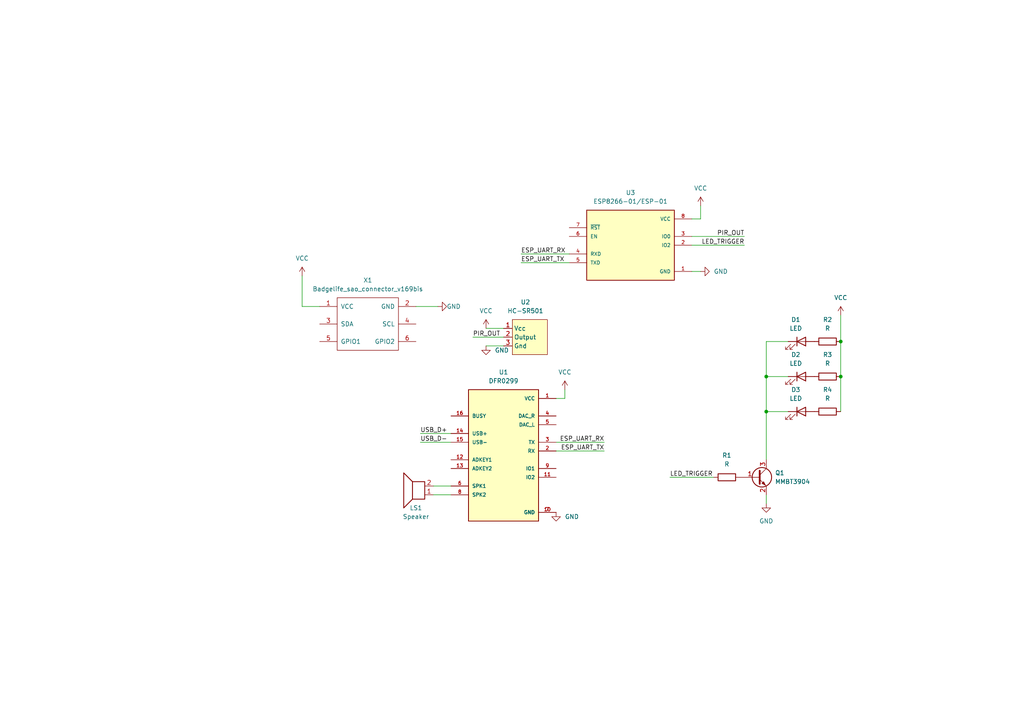
<source format=kicad_sch>
(kicad_sch (version 20211123) (generator eeschema)
  (paper "A4")
  (lib_symbols
    (symbol "DFR0299:DFR0299" (pin_names (offset 1.016))
      (property "Reference" "U" (at -10.16 18.542 0))
      (property "Value" "DFR0299" (at -10.16 -22.86 0))
      (symbol "DFR0299_0_0"
        (rectangle (start -10.16 -20.32) (end 10.16 17.78) (stroke (width 0.254)) (fill (type background)))
        (pin power_in line (at 15.24 15.24 180) (length 5.08) (name "VCC") (number "1"))
        (pin power_in line (at 15.24 -17.78 180) (length 5.08) (name "GND") (number "10"))
        (pin bidirectional line (at 15.24 -7.62 180) (length 5.08) (name "IO2") (number "11"))
        (pin input line (at -15.24 -2.54 0) (length 5.08) (name "ADKEY1") (number "12"))
        (pin input line (at -15.24 -5.08 0) (length 5.08) (name "ADKEY2") (number "13"))
        (pin input line (at -15.24 5.08 0) (length 5.08) (name "USB+") (number "14"))
        (pin input line (at -15.24 2.54 0) (length 5.08) (name "USB-") (number "15"))
        (pin input line (at -15.24 10.16 0) (length 5.08) (name "BUSY") (number "16"))
        (pin input line (at 15.24 0 180) (length 5.08) (name "RX") (number "2"))
        (pin output line (at 15.24 2.54 180) (length 5.08) (name "TX") (number "3"))
        (pin output line (at 15.24 10.16 180) (length 5.08) (name "DAC_R") (number "4"))
        (pin output line (at 15.24 7.62 180) (length 5.08) (name "DAC_L") (number "5"))
        (pin passive line (at -15.24 -10.16 0) (length 5.08) (name "SPK1") (number "6"))
        (pin power_in line (at 15.24 -17.78 180) (length 5.08) (name "GND") (number "7"))
        (pin passive line (at -15.24 -12.7 0) (length 5.08) (name "SPK2") (number "8"))
        (pin bidirectional line (at 15.24 -5.08 180) (length 5.08) (name "IO1") (number "9"))
      )
    )
    (symbol "Device:LED" (pin_numbers hide) (pin_names (offset 1.016) hide)
      (property "Reference" "D" (at 0 2.54 0))
      (property "Value" "LED" (at 0 -2.54 0))
      (symbol "LED_0_1"
        (polyline (pts (xy -1.27 -1.27) (xy -1.27 1.27)) (stroke (width 0.254)))
        (polyline (pts (xy -1.27 0) (xy 1.27 0)))
        (polyline (pts (xy 1.27 -1.27) (xy 1.27 1.27) (xy -1.27 0) (xy 1.27 -1.27)) (stroke (width 0.254)))
        (polyline (pts (xy -3.048 -0.762) (xy -4.572 -2.286) (xy -3.81 -2.286) (xy -4.572 -2.286) (xy -4.572 -1.524)))
        (polyline (pts (xy -1.778 -0.762) (xy -3.302 -2.286) (xy -2.54 -2.286) (xy -3.302 -2.286) (xy -3.302 -1.524)))
      )
      (symbol "LED_1_1"
        (pin passive line (at -3.81 0 0) (length 2.54) (name "K") (number "1"))
        (pin passive line (at 3.81 0 180) (length 2.54) (name "A") (number "2"))
      )
    )
    (symbol "Device:R" (pin_numbers hide) (pin_names (offset 0))
      (property "Reference" "R" (at 2.032 0 90))
      (property "Value" "R" (at 0 0 90))
      (symbol "R_0_1"
        (rectangle (start -1.016 -2.54) (end 1.016 2.54) (stroke (width 0.254)))
      )
      (symbol "R_1_1"
        (pin passive line (at 0 3.81 270) (length 1.27) (name "~") (number "1"))
        (pin passive line (at 0 -3.81 90) (length 1.27) (name "~") (number "2"))
      )
    )
    (symbol "Device:Speaker" (pin_names (offset 0) hide)
      (property "Reference" "LS" (at 1.27 5.715 0))
      (property "Value" "Speaker" (at 1.27 3.81 0))
      (symbol "Speaker_0_0"
        (rectangle (start -2.54 1.27) (end 1.016 -3.81) (stroke (width 0.254)))
        (polyline (pts (xy 1.016 1.27) (xy 3.556 3.81) (xy 3.556 -6.35) (xy 1.016 -3.81)) (stroke (width 0.254)))
      )
      (symbol "Speaker_1_1"
        (pin input line (at -5.08 0 0) (length 2.54) (name "1") (number "1"))
        (pin input line (at -5.08 -2.54 0) (length 2.54) (name "2") (number "2"))
      )
    )
    (symbol "ESP8266-01_ESP-01:ESP8266-01{brace}slash}ESP-01" (pin_names (offset 1.016))
      (property "Reference" "U" (at -12.7 10.668 0))
      (property "Value" "ESP8266-01{brace}slash}ESP-01" (at -12.7254 -12.7254 0))
      (symbol "ESP8266-01{brace}slash}ESP-01_0_0"
        (rectangle (start -12.7 -10.16) (end 12.7 10.16) (stroke (width 0.254)) (fill (type background)))
        (pin power_in line (at 17.78 -7.62 180) (length 5.08) (name "GND") (number "1"))
        (pin bidirectional line (at 17.78 0 180) (length 5.08) (name "IO2") (number "2"))
        (pin bidirectional line (at 17.78 2.54 180) (length 5.08) (name "IO0") (number "3"))
        (pin input line (at -17.78 -2.54 0) (length 5.08) (name "RXD") (number "4"))
        (pin output line (at -17.78 -5.08 0) (length 5.08) (name "TXD") (number "5"))
        (pin input line (at -17.78 2.54 0) (length 5.08) (name "EN") (number "6"))
        (pin input line (at -17.78 5.08 0) (length 5.08) (name "~{RST}") (number "7"))
        (pin power_in line (at 17.78 7.62 180) (length 5.08) (name "VCC") (number "8"))
      )
    )
    (symbol "Transistor_BJT:MMBT3904" (pin_names (offset 0) hide)
      (property "Reference" "Q" (at 5.08 1.905 0))
      (property "Value" "MMBT3904" (at 5.08 0 0))
      (symbol "MMBT3904_0_1"
        (polyline (pts (xy 0.635 0.635) (xy 2.54 2.54)))
        (polyline (pts (xy 0.635 -0.635) (xy 2.54 -2.54) (xy 2.54 -2.54)))
        (polyline (pts (xy 0.635 1.905) (xy 0.635 -1.905) (xy 0.635 -1.905)) (stroke (width 0.508)))
        (polyline (pts (xy 1.27 -1.778) (xy 1.778 -1.27) (xy 2.286 -2.286) (xy 1.27 -1.778) (xy 1.27 -1.778)) (fill (type outline)))
        (circle (center 1.27 0) (radius 2.8194) (stroke (width 0.254)))
      )
      (symbol "MMBT3904_1_1"
        (pin input line (at -5.08 0 0) (length 5.715) (name "B") (number "1"))
        (pin passive line (at 2.54 -5.08 90) (length 2.54) (name "E") (number "2"))
        (pin passive line (at 2.54 5.08 270) (length 2.54) (name "C") (number "3"))
      )
    )
    (symbol "badgelife_shitty_addon_v169bis:Badgelife_sao_connector_v169bis" (pin_names (offset 1.016))
      (property "Reference" "X" (at 0 0 0))
      (property "Value" "Badgelife_sao_connector_v169bis" (at 0 20.32 0))
      (symbol "Badgelife_sao_connector_v169bis_0_1"
        (rectangle (start -7.62 8.89) (end 7.62 -8.89))
      )
      (symbol "Badgelife_sao_connector_v169bis_1_1"
        (pin input line (at -5.08 13.97 270) (length 5.08) (name "VCC") (number "1"))
        (pin input line (at -5.08 -13.97 90) (length 5.08) (name "GND") (number "2"))
        (pin input line (at 0 13.97 270) (length 5.08) (name "SDA") (number "3"))
        (pin input line (at 0 -13.97 90) (length 5.08) (name "SCL") (number "4"))
        (pin input line (at 5.08 13.97 270) (length 5.08) (name "GPIO1") (number "5"))
        (pin input line (at 5.08 -13.97 90) (length 5.08) (name "GPIO2") (number "6"))
      )
    )
    (symbol "lvt:HC-SR501"
      (property "Reference" "U" (at 0 0 0))
      (property "Value" "HC-SR501" (at 0 0 0))
      (symbol "HC-SR501_0_1"
        (rectangle (start -5.08 -1.27) (end 5.08 -11.43) (fill (type background)))
      )
      (symbol "HC-SR501_1_1"
        (pin input line (at -7.62 -3.81 0) (length 2.54) (name "Vcc") (number "1"))
        (pin input line (at -7.62 -6.35 0) (length 2.54) (name "Output") (number "2"))
        (pin input line (at -7.62 -8.89 0) (length 2.54) (name "Gnd") (number "3"))
      )
    )
    (symbol "power:GND" (power) (pin_names (offset 0))
      (property "Value" "GND" (at 0 -3.81 0))
      (symbol "GND_0_1"
        (polyline (pts (xy 0 0) (xy 0 -1.27) (xy 1.27 -1.27) (xy 0 -2.54) (xy -1.27 -1.27) (xy 0 -1.27)))
      )
      (symbol "GND_1_1"
        (pin power_in line (at 0 0 270) (length 0) hide (name "GND") (number "1"))
      )
    )
    (symbol "power:VCC" (power) (pin_names (offset 0))
      (property "Value" "VCC" (at 0 3.81 0))
      (symbol "VCC_0_1"
        (polyline (pts (xy -0.762 1.27) (xy 0 2.54)))
        (polyline (pts (xy 0 0) (xy 0 2.54)))
        (polyline (pts (xy 0 2.54) (xy 0.762 1.27)))
      )
      (symbol "VCC_1_1"
        (pin power_in line (at 0 0 90) (length 0) hide (name "VCC") (number "1"))
      )
    )
  )
  (junction (at 222.25 119.38))
  (junction (at 243.84 109.22))
  (junction (at 243.84 99.06))
  (junction (at 222.25 109.22))
  (wire (pts (xy 228.6 119.38) (xy 222.25 119.38)))
  (wire (pts (xy 175.26 130.81) (xy 161.29 130.81)))
  (wire (pts (xy 200.66 71.12) (xy 215.9 71.12)))
  (wire (pts (xy 121.92 125.73) (xy 130.81 125.73)))
  (wire (pts (xy 243.84 109.22) (xy 243.84 119.38)))
  (wire (pts (xy 243.84 91.44) (xy 243.84 99.06)))
  (wire (pts (xy 207.01 138.43) (xy 194.31 138.43)))
  (wire (pts (xy 203.2 78.74) (xy 200.66 78.74)))
  (wire (pts (xy 222.25 99.06) (xy 222.25 109.22)))
  (wire (pts (xy 228.6 109.22) (xy 222.25 109.22)))
  (wire (pts (xy 215.9 68.58) (xy 200.66 68.58)))
  (wire (pts (xy 125.73 140.97) (xy 130.81 140.97)))
  (wire (pts (xy 228.6 99.06) (xy 222.25 99.06)))
  (wire (pts (xy 243.84 99.06) (xy 243.84 109.22)))
  (wire (pts (xy 140.97 95.25) (xy 146.05 95.25)))
  (wire (pts (xy 120.65 88.9) (xy 127 88.9)))
  (wire (pts (xy 222.25 119.38) (xy 222.25 133.35)))
  (wire (pts (xy 163.83 113.03) (xy 163.83 115.57)))
  (wire (pts (xy 140.97 100.33) (xy 146.05 100.33)))
  (wire (pts (xy 87.63 80.01) (xy 87.63 88.9)))
  (wire (pts (xy 203.2 59.69) (xy 203.2 63.5)))
  (wire (pts (xy 151.13 76.2) (xy 165.1 76.2)))
  (wire (pts (xy 163.83 115.57) (xy 161.29 115.57)))
  (wire (pts (xy 125.73 143.51) (xy 130.81 143.51)))
  (wire (pts (xy 137.16 97.79) (xy 146.05 97.79)))
  (wire (pts (xy 222.25 109.22) (xy 222.25 119.38)))
  (wire (pts (xy 175.26 128.27) (xy 161.29 128.27)))
  (wire (pts (xy 222.25 146.05) (xy 222.25 143.51)))
  (wire (pts (xy 151.13 73.66) (xy 165.1 73.66)))
  (wire (pts (xy 203.2 63.5) (xy 200.66 63.5)))
  (wire (pts (xy 121.92 128.27) (xy 130.81 128.27)))
  (wire (pts (xy 87.63 88.9) (xy 92.71 88.9)))
  (label "ESP_UART_TX" (at 175.26 130.81 180))
  (label "PIR_OUT" (at 137.16 97.79 0))
  (label "USB_D-" (at 121.92 128.27 0))
  (label "ESP_UART_RX" (at 151.13 73.66 0))
  (label "LED_TRIGGER" (at 194.31 138.43 0))
  (label "LED_TRIGGER" (at 215.9 71.12 180))
  (label "ESP_UART_RX" (at 175.26 128.27 180))
  (label "PIR_OUT" (at 215.9 68.58 180))
  (label "ESP_UART_TX" (at 151.13 76.2 0))
  (label "USB_D+" (at 121.92 125.73 0))
  (symbol (lib_id "power:VCC") (at 163.83 113.03 0) (unit 1)
    (property "Reference" "#PWR0105" (effects hide))
    (property "Value" "VCC" (at 163.83 107.95 0))
  )
  (symbol (lib_id "power:GND") (at 127 88.9 90) (unit 1)
    (property "Reference" "#PWR0109" (effects hide))
    (property "Value" "GND" (at 129.54 88.9 90) (effects (justify right)))
  )
  (symbol (lib_id "power:GND") (at 140.97 100.33 0) (unit 1)
    (property "Reference" "#PWR0108" (effects hide))
    (property "Value" "GND" (at 143.51 101.5999 0) (effects (justify left)))
  )
  (symbol (lib_id "power:VCC") (at 140.97 95.25 0) (unit 1)
    (property "Reference" "#PWR0107" (effects hide))
    (property "Value" "VCC" (at 140.97 90.17 0))
  )
  (symbol (lib_id "power:GND") (at 222.25 146.05 0) (unit 1)
    (property "Reference" "#PWR0102" (effects hide))
    (property "Value" "GND" (at 222.25 151.13 0))
  )
  (symbol (lib_id "DFR0299:DFR0299") (at 146.05 130.81 0) (unit 1)
    (property "Reference" "U1" (at 146.05 107.95 0))
    (property "Value" "DFR0299" (at 146.05 110.49 0))
    (property "Footprint" "lvt:MODULE_DFR0299" (effects hide))
    (property "MF" "DFRobot" (effects hide))
    (property "AVAILABILITY" "Unavailable" (effects hide))
    (property "PRICE" "None" (effects hide))
    (property "PACKAGE" "None" (effects hide))
    (property "MP" "DFR0299" (effects hide))
    (property "DESCRIPTION" "Dfplayer - a Mini Mp3 Player" (effects hide))
  )
  (symbol (lib_id "power:VCC") (at 203.2 59.69 0) (unit 1)
    (property "Reference" "#PWR0104" (effects hide))
    (property "Value" "VCC" (at 203.2 54.61 0))
  )
  (symbol (lib_id "power:VCC") (at 87.63 80.01 0) (unit 1)
    (property "Reference" "#PWR0106" (effects hide))
    (property "Value" "VCC" (at 87.63 74.93 0))
  )
  (symbol (lib_id "lvt:HC-SR501") (at 153.67 91.44 0) (unit 1)
    (property "Reference" "U2" (at 152.4 87.63 0))
    (property "Value" "HC-SR501" (at 152.4 90.17 0))
    (property "Footprint" "HC-SR501:HC-SR501" (effects hide))
  )
  (symbol (lib_id "power:GND") (at 161.29 148.59 0) (unit 1)
    (property "Reference" "#PWR0110" (effects hide))
    (property "Value" "GND" (at 163.83 149.8599 0) (effects (justify left)))
  )
  (symbol (lib_id "Device:R") (at 240.03 99.06 90) (unit 1)
    (property "Reference" "R2" (at 240.03 92.71 90))
    (property "Value" "R" (at 240.03 95.25 90))
    (property "Footprint" "Resistor_SMD:R_1210_3225Metric_Pad1.30x2.65mm_HandSolder" (effects hide))
  )
  (symbol (lib_id "Device:LED") (at 232.41 99.06 0) (unit 1)
    (property "Reference" "D1" (at 230.8225 92.71 0))
    (property "Value" "LED" (at 230.8225 95.25 0))
    (property "Footprint" "LED_SMD:LED_1210_3225Metric_Pad1.42x2.65mm_HandSolder" (effects hide))
  )
  (symbol (lib_id "Device:R") (at 240.03 119.38 90) (unit 1)
    (property "Reference" "R4" (at 240.03 113.03 90))
    (property "Value" "R" (at 240.03 115.57 90))
    (property "Footprint" "Resistor_SMD:R_1210_3225Metric_Pad1.30x2.65mm_HandSolder" (effects hide))
  )
  (symbol (lib_id "Device:R") (at 240.03 109.22 90) (unit 1)
    (property "Reference" "R3" (at 240.03 102.87 90))
    (property "Value" "R" (at 240.03 105.41 90))
    (property "Footprint" "Resistor_SMD:R_1210_3225Metric_Pad1.30x2.65mm_HandSolder" (effects hide))
  )
  (symbol (lib_id "Transistor_BJT:MMBT3904") (at 219.71 138.43 0) (unit 1)
    (property "Reference" "Q1" (at 224.79 137.1599 0) (effects (justify left)))
    (property "Value" "MMBT3904" (at 224.79 139.6999 0) (effects (justify left)))
    (property "Footprint" "Package_TO_SOT_SMD:SOT-23" (effects hide))
    (property "Datasheet" "https://www.onsemi.com/pub/Collateral/2N3903-D.PDF" (effects hide))
  )
  (symbol (lib_id "badgelife_shitty_addon_v169bis:Badgelife_sao_connector_v169bis") (at 106.68 93.98 90) (mirror x) (unit 1)
    (property "Reference" "X1" (at 106.68 81.28 90))
    (property "Value" "Badgelife_sao_connector_v169bis" (at 106.68 83.82 90))
    (property "Footprint" "badgelife_sao_v169bis:Badgelife-SAOv169-SAO-2x3" (effects hide))
  )
  (symbol (lib_id "Device:Speaker") (at 120.65 143.51 180) (unit 1)
    (property "Reference" "LS1" (at 120.65 147.32 0))
    (property "Value" "Speaker" (at 120.65 149.86 0))
    (property "Footprint" "Connector_PinHeader_2.54mm:PinHeader_1x02_P2.54mm_Vertical" (effects hide))
  )
  (symbol (lib_id "power:GND") (at 203.2 78.74 90) (unit 1)
    (property "Reference" "#PWR0103" (effects hide))
    (property "Value" "GND" (at 207.01 78.7399 90) (effects (justify right)))
  )
  (symbol (lib_id "ESP8266-01_ESP-01:ESP8266-01{brace}slash}ESP-01") (at 182.88 71.12 0) (unit 1)
    (property "Reference" "U3" (at 182.88 55.88 0))
    (property "Value" "ESP8266-01{slash}ESP-01" (at 182.88 58.42 0))
    (property "Footprint" "esp01:XCVR_ESP8266-01_ESP-01" (effects hide))
    (property "STANDARD" "Manufacturer recommendations or IPC 7351B" (effects hide))
    (property "PARTREV" "V1.2" (effects hide))
    (property "MAXIMUM_PACKAGE_HEIGHT" "11.2 mm" (effects hide))
    (property "MANUFACTURER" "AI-Thinker" (effects hide))
  )
  (symbol (lib_id "Device:R") (at 210.82 138.43 90) (unit 1)
    (property "Reference" "R1" (at 210.82 132.08 90))
    (property "Value" "R" (at 210.82 134.62 90))
    (property "Footprint" "Resistor_SMD:R_1210_3225Metric_Pad1.30x2.65mm_HandSolder" (effects hide))
  )
  (symbol (lib_id "Device:LED") (at 232.41 119.38 0) (unit 1)
    (property "Reference" "D3" (at 230.8225 113.03 0))
    (property "Value" "LED" (at 230.8225 115.57 0))
    (property "Footprint" "LED_SMD:LED_1210_3225Metric_Pad1.42x2.65mm_HandSolder" (effects hide))
  )
  (symbol (lib_id "power:VCC") (at 243.84 91.44 0) (unit 1)
    (property "Reference" "#PWR0101" (effects hide))
    (property "Value" "VCC" (at 243.84 86.36 0))
  )
  (symbol (lib_id "Device:LED") (at 232.41 109.22 0) (unit 1)
    (property "Reference" "D2" (at 230.8225 102.87 0))
    (property "Value" "LED" (at 230.8225 105.41 0))
    (property "Footprint" "LED_SMD:LED_1210_3225Metric_Pad1.42x2.65mm_HandSolder" (effects hide))
  )
)
</source>
